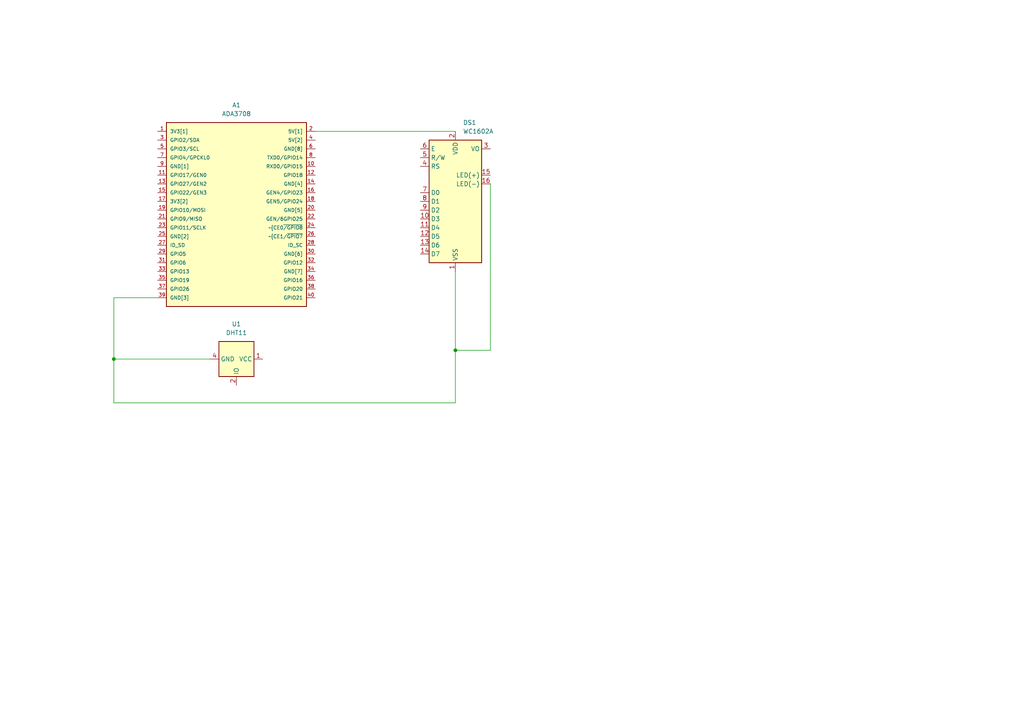
<source format=kicad_sch>
(kicad_sch (version 20230121) (generator eeschema)
  (paper "A4")
  (lib_symbols
    (symbol "ADA3708:ADA3708" (pin_names (offset 1.016))
      (property "Reference" "A" (at -20.34 26.6962 0))
      (property "Value" "ADA3708" (at -20.3391 -30.5087 0))
      (symbol "ADA3708_0_0"
        (rectangle (start -20.32 -27.94) (end 20.32 25.4) (stroke (width 0.254)) (fill (type background)))
        (pin power_in line (at -22.86 22.86 0) (length 2.54) (name "3V3[1]") (number "1"))
        (pin bidirectional line (at 22.86 12.7 180) (length 2.54) (name "RXD0/GPIO15") (number "10"))
        (pin bidirectional line (at -22.86 10.16 0) (length 2.54) (name "GPIO17/GEN0") (number "11"))
        (pin bidirectional line (at 22.86 10.16 180) (length 2.54) (name "GPIO18") (number "12"))
        (pin bidirectional line (at -22.86 7.62 0) (length 2.54) (name "GPIO27/GEN2") (number "13"))
        (pin power_in line (at 22.86 7.62 180) (length 2.54) (name "GND[4]") (number "14"))
        (pin bidirectional line (at -22.86 5.08 0) (length 2.54) (name "GPIO22/GEN3") (number "15"))
        (pin bidirectional line (at 22.86 5.08 180) (length 2.54) (name "GEN4/GPIO23") (number "16"))
        (pin power_in line (at -22.86 2.54 0) (length 2.54) (name "3V3[2]") (number "17"))
        (pin bidirectional line (at 22.86 2.54 180) (length 2.54) (name "GEN5/GPIO24") (number "18"))
        (pin bidirectional line (at -22.86 0 0) (length 2.54) (name "GPIO10/MOSI") (number "19"))
        (pin power_in line (at 22.86 22.86 180) (length 2.54) (name "5V[1]") (number "2"))
        (pin power_in line (at 22.86 0 180) (length 2.54) (name "GND[5]") (number "20"))
        (pin bidirectional line (at -22.86 -2.54 0) (length 2.54) (name "GPIO9/MISO") (number "21"))
        (pin bidirectional line (at 22.86 -2.54 180) (length 2.54) (name "GEN/6GPIO25") (number "22"))
        (pin bidirectional line (at -22.86 -5.08 0) (length 2.54) (name "GPIO11/SCLK") (number "23"))
        (pin bidirectional line (at 22.86 -5.08 180) (length 2.54) (name "~{CE0~{/GPIO8}") (number "24"))
        (pin power_in line (at -22.86 -7.62 0) (length 2.54) (name "GND[2]") (number "25"))
        (pin bidirectional line (at 22.86 -7.62 180) (length 2.54) (name "~{CE1/~{GPIO7}") (number "26"))
        (pin bidirectional line (at -22.86 -10.16 0) (length 2.54) (name "ID_SD") (number "27"))
        (pin bidirectional line (at 22.86 -10.16 180) (length 2.54) (name "ID_SC") (number "28"))
        (pin bidirectional line (at -22.86 -12.7 0) (length 2.54) (name "GPIO5") (number "29"))
        (pin bidirectional line (at -22.86 20.32 0) (length 2.54) (name "GPIO2/SDA") (number "3"))
        (pin power_in line (at 22.86 -12.7 180) (length 2.54) (name "GND[6]") (number "30"))
        (pin bidirectional line (at -22.86 -15.24 0) (length 2.54) (name "GPIO6") (number "31"))
        (pin bidirectional line (at 22.86 -15.24 180) (length 2.54) (name "GPIO12") (number "32"))
        (pin bidirectional line (at -22.86 -17.78 0) (length 2.54) (name "GPIO13") (number "33"))
        (pin power_in line (at 22.86 -17.78 180) (length 2.54) (name "GND[7]") (number "34"))
        (pin bidirectional line (at -22.86 -20.32 0) (length 2.54) (name "GPIO19") (number "35"))
        (pin bidirectional line (at 22.86 -20.32 180) (length 2.54) (name "GPIO16") (number "36"))
        (pin bidirectional line (at -22.86 -22.86 0) (length 2.54) (name "GPIO26") (number "37"))
        (pin bidirectional line (at 22.86 -22.86 180) (length 2.54) (name "GPIO20") (number "38"))
        (pin power_in line (at -22.86 -25.4 0) (length 2.54) (name "GND[3]") (number "39"))
        (pin power_in line (at 22.86 20.32 180) (length 2.54) (name "5V[2]") (number "4"))
        (pin bidirectional line (at 22.86 -25.4 180) (length 2.54) (name "GPIO21") (number "40"))
        (pin bidirectional line (at -22.86 17.78 0) (length 2.54) (name "GPIO3/SCL") (number "5"))
        (pin power_in line (at 22.86 17.78 180) (length 2.54) (name "GND[8]") (number "6"))
        (pin bidirectional line (at -22.86 15.24 0) (length 2.54) (name "GPIO4/GPCKL0") (number "7"))
        (pin bidirectional line (at 22.86 15.24 180) (length 2.54) (name "TXD0/GPIO14") (number "8"))
        (pin power_in line (at -22.86 12.7 0) (length 2.54) (name "GND[1]") (number "9"))
      )
    )
    (symbol "Display_Character:WC1602A"
      (property "Reference" "DS" (at -5.842 19.05 0))
      (property "Value" "WC1602A" (at 5.334 19.05 0))
      (symbol "WC1602A_1_1"
        (rectangle (start -7.62 17.78) (end 7.62 -17.78) (stroke (width 0.254)) (fill (type background)))
        (pin power_in line (at 0 -20.32 90) (length 2.54) (name "VSS") (number "1"))
        (pin input line (at -10.16 -5.08 0) (length 2.54) (name "D3") (number "10"))
        (pin input line (at -10.16 -7.62 0) (length 2.54) (name "D4") (number "11"))
        (pin input line (at -10.16 -10.16 0) (length 2.54) (name "D5") (number "12"))
        (pin input line (at -10.16 -12.7 0) (length 2.54) (name "D6") (number "13"))
        (pin input line (at -10.16 -15.24 0) (length 2.54) (name "D7") (number "14"))
        (pin power_in line (at 10.16 7.62 180) (length 2.54) (name "LED(+)") (number "15"))
        (pin power_in line (at 10.16 5.08 180) (length 2.54) (name "LED(-)") (number "16"))
        (pin power_in line (at 0 20.32 270) (length 2.54) (name "VDD") (number "2"))
        (pin input line (at 10.16 15.24 180) (length 2.54) (name "VO") (number "3"))
        (pin input line (at -10.16 10.16 0) (length 2.54) (name "RS") (number "4"))
        (pin input line (at -10.16 12.7 0) (length 2.54) (name "R/W") (number "5"))
        (pin input line (at -10.16 15.24 0) (length 2.54) (name "E") (number "6"))
        (pin input line (at -10.16 2.54 0) (length 2.54) (name "D0") (number "7"))
        (pin input line (at -10.16 0 0) (length 2.54) (name "D1") (number "8"))
        (pin input line (at -10.16 -2.54 0) (length 2.54) (name "D2") (number "9"))
      )
    )
    (symbol "Sensor:DHT11"
      (property "Reference" "U" (at -3.81 6.35 0))
      (property "Value" "DHT11" (at 3.81 6.35 0))
      (symbol "DHT11_0_1"
        (rectangle (start -5.08 5.08) (end 5.08 -5.08) (stroke (width 0.254)) (fill (type background)))
      )
      (symbol "DHT11_1_1"
        (pin power_in line (at 0 7.62 270) (length 2.54) (name "VCC") (number "1"))
        (pin bidirectional line (at 7.62 0 180) (length 2.54) (name "IO") (number "2"))
        (pin no_connect line (at -5.08 0 0) (length 2.54) hide (name "NC") (number "3"))
        (pin power_in line (at 0 -7.62 90) (length 2.54) (name "GND") (number "4"))
      )
    )
  )
  (junction (at 33.02 104.14))
  (junction (at 132.08 101.6))
  (wire (pts (xy 132.08 38.1) (xy 91.44 38.1)))
  (wire (pts (xy 33.02 86.36) (xy 33.02 104.14)))
  (wire (pts (xy 132.08 101.6) (xy 142.24 101.6)))
  (wire (pts (xy 33.02 104.14) (xy 60.96 104.14)))
  (wire (pts (xy 142.24 53.34) (xy 142.24 101.6)))
  (wire (pts (xy 33.02 86.36) (xy 45.72 86.36)))
  (wire (pts (xy 33.02 116.84) (xy 33.02 104.14)))
  (wire (pts (xy 132.08 101.6) (xy 132.08 116.84)))
  (wire (pts (xy 132.08 78.74) (xy 132.08 101.6)))
  (wire (pts (xy 132.08 116.84) (xy 33.02 116.84)))
  (symbol (lib_id "Display_Character:WC1602A") (at 132.08 58.42 0) (unit 1)
    (property "Reference" "DS1" (at 134.2741 35.56 0) (effects (justify left)))
    (property "Value" "WC1602A" (at 134.2741 38.1 0) (effects (justify left)))
    (property "Footprint" "TextBasedDisplay:WC1602A" (effects hide))
    (property "Datasheet" "http://www.wincomlcd.com/pdf/WC1602A-SFYLYHTC06.pdf" (effects hide))
  )
  (symbol (lib_id "Sensor:DHT11") (at 68.58 104.14 270) (unit 1)
    (property "Reference" "U1" (at 68.58 93.98 90))
    (property "Value" "DHT11" (at 68.58 96.52 90))
    (property "Footprint" "Sensor:Aosong_DHT11_5.5x12.0_P2.54mm" (effects hide))
    (property "Datasheet" "http://akizukidenshi.com/download/ds/aosong/DHT11.pdf" (effects hide))
  )
  (symbol (lib_id "ADA3708:ADA3708") (at 68.58 60.96 0) (unit 1)
    (property "Reference" "A1" (at 68.58 30.48 0))
    (property "Value" "ADA3708" (at 68.58 33.02 0))
    (property "Footprint" "ADA3708_RPI-ZERO" (effects hide))
    (property "STANDARD" "MAnufactutrer Recommendations" (effects hide))
    (property "MANUFACTURER" "Raspberry" (effects hide))
  )
)
</source>
